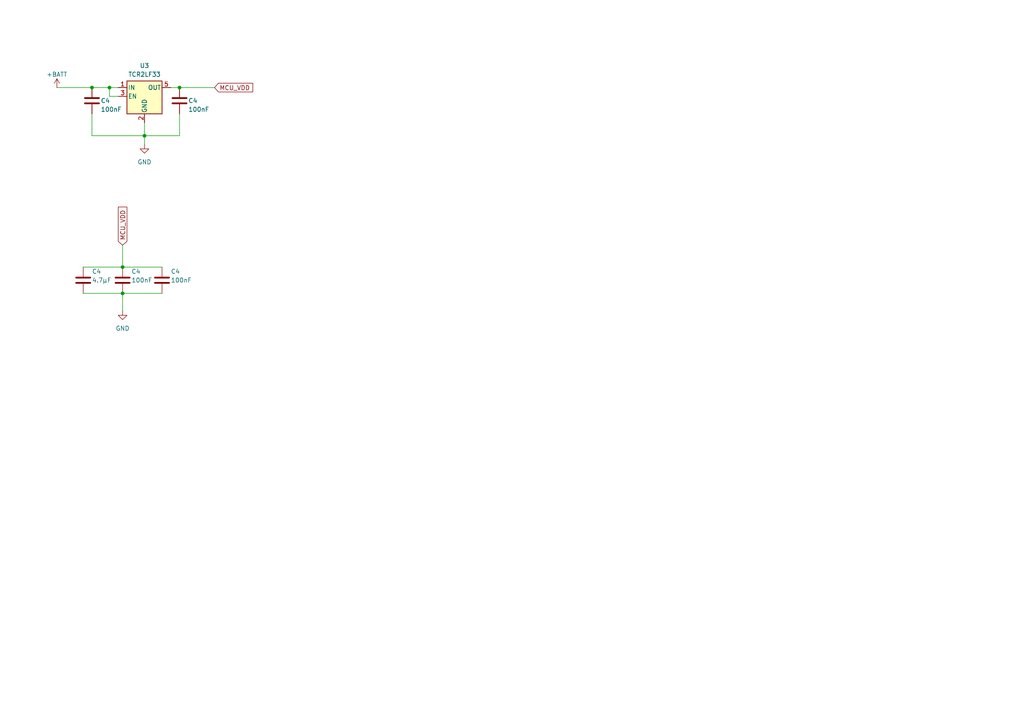
<source format=kicad_sch>
(kicad_sch (version 20231120) (generator "eeschema") (generator_version "8.0")
  (paper "A4")
  (title_block (title "Lora Multichannel Gateway STM32") (rev "2.0") (company "Marius Schmid"))
  (lib_symbols
    (symbol "Device:C" (pin_numbers hide) (pin_names (offset 0.254))
      (property "Reference" "C" (at 0.635 2.54 0))
      (property "Value" "C" (at 0.635 -2.54 0))
      (symbol "C_0_1"
        (polyline (pts (xy -2.032 -0.762) (xy 2.032 -0.762)) (stroke (width 0.508)))
        (polyline (pts (xy -2.032 0.762) (xy 2.032 0.762)) (stroke (width 0.508)))
      )
      (symbol "C_1_1"
        (pin passive line (at 0 3.81 270) (length 2.794) (name "~") (number "1"))
        (pin passive line (at 0 -3.81 90) (length 2.794) (name "~") (number "2"))
      )
    )
    (symbol "Regulator_Linear:TLV70033_SOT23-5" (pin_names (offset 0.254))
      (property "Reference" "U" (at -3.81 5.715 0))
      (property "Value" "TLV70033_SOT23-5" (at 0 5.715 0))
      (symbol "TLV70033_SOT23-5_0_1"
        (rectangle (start -5.08 4.445) (end 5.08 -5.08) (stroke (width 0.254)) (fill (type background)))
      )
      (symbol "TLV70033_SOT23-5_1_1"
        (pin power_in line (at -7.62 2.54 0) (length 2.54) (name "IN") (number "1"))
        (pin power_in line (at 0 -7.62 90) (length 2.54) (name "GND") (number "2"))
        (pin input line (at -7.62 0 0) (length 2.54) (name "EN") (number "3"))
        (pin no_connect line (at 5.08 0 180) (length 2.54) hide (name "NC") (number "4"))
        (pin power_out line (at 7.62 2.54 180) (length 2.54) (name "OUT") (number "5"))
      )
    )
    (symbol "power:+BATT" (power) (pin_names (offset 0))
      (property "Value" "+BATT" (at 0 3.556 0))
      (symbol "+BATT_0_1"
        (polyline (pts (xy -0.762 1.27) (xy 0 2.54)))
        (polyline (pts (xy 0 0) (xy 0 2.54)))
        (polyline (pts (xy 0 2.54) (xy 0.762 1.27)))
      )
      (symbol "+BATT_1_1"
        (pin power_in line (at 0 0 90) (length 0) hide (name "+BATT") (number "1"))
      )
    )
    (symbol "power:GND" (power) (pin_names (offset 0))
      (property "Value" "GND" (at 0 -3.81 0))
      (symbol "GND_0_1"
        (polyline (pts (xy 0 0) (xy 0 -1.27) (xy 1.27 -1.27) (xy 0 -2.54) (xy -1.27 -1.27) (xy 0 -1.27)))
      )
      (symbol "GND_1_1"
        (pin power_in line (at 0 0 270) (length 0) hide (name "GND") (number "1"))
      )
    )
  )
  (junction (at 26.67 25.4))
  (junction (at 35.56 85.09))
  (junction (at 35.56 77.47))
  (junction (at 41.91 39.37))
  (junction (at 52.07 25.4))
  (junction (at 31.75 25.4))
  (wire (pts (xy 16.51 25.4) (xy 26.67 25.4)))
  (wire (pts (xy 34.29 27.94) (xy 31.75 27.94)))
  (wire (pts (xy 26.67 39.37) (xy 41.91 39.37)))
  (wire (pts (xy 35.56 85.09) (xy 35.56 90.17)))
  (wire (pts (xy 49.53 25.4) (xy 52.07 25.4)))
  (wire (pts (xy 41.91 35.56) (xy 41.91 39.37)))
  (wire (pts (xy 24.13 77.47) (xy 35.56 77.47)))
  (wire (pts (xy 31.75 27.94) (xy 31.75 25.4)))
  (wire (pts (xy 31.75 25.4) (xy 34.29 25.4)))
  (wire (pts (xy 35.56 77.47) (xy 46.99 77.47)))
  (wire (pts (xy 26.67 25.4) (xy 31.75 25.4)))
  (wire (pts (xy 35.56 85.09) (xy 46.99 85.09)))
  (wire (pts (xy 35.56 71.12) (xy 35.56 77.47)))
  (wire (pts (xy 52.07 25.4) (xy 62.23 25.4)))
  (wire (pts (xy 52.07 39.37) (xy 41.91 39.37)))
  (wire (pts (xy 41.91 39.37) (xy 41.91 41.91)))
  (wire (pts (xy 52.07 33.02) (xy 52.07 39.37)))
  (wire (pts (xy 26.67 33.02) (xy 26.67 39.37)))
  (wire (pts (xy 24.13 85.09) (xy 35.56 85.09)))
  (global_label "MCU_VDD" (shape input) (at 35.56 71.12 90) (property "Intersheetrefs" "${INTERSHEET_REFS}" (effects (hide yes))))
  (global_label "MCU_VDD" (shape input) (at 62.23 25.4 0) (property "Intersheetrefs" "${INTERSHEET_REFS}" (effects (hide yes))))
  (symbol (lib_id "Device:C") (at 46.99 81.28 0) (unit 1)
    (property "Reference" "C4" (at 49.53 78.74 0) (effects (justify left)))
    (property "Value" "100nF" (at 49.53 81.28 0) (effects (justify left)))
    (property "Footprint" "Capacitor_SMD:C_0603_1608Metric" (effects (hide yes)))
    (instances (project "BeePCB_V9" (path "" (reference "C4") (unit 1)) (path "" (reference "C11") (unit 1))) (project "HX711PCB_V1" (path "" (reference "C4") (unit 1))) (project "hekate_pcb" (path "" (reference "C3") (unit 1)) (path "" (reference "C3") (unit 1))))
  )
  (symbol (lib_id "Device:C") (at 24.13 81.28 0) (unit 1)
    (property "Reference" "C4" (at 26.67 78.74 0) (effects (justify left)))
    (property "Value" "4.7µF" (at 26.67 81.28 0) (effects (justify left)))
    (property "Footprint" "Capacitor_SMD:C_0603_1608Metric" (effects (hide yes)))
    (instances (project "BeePCB_V9" (path "" (reference "C4") (unit 1)) (path "" (reference "C9") (unit 1))) (project "HX711PCB_V1" (path "" (reference "C4") (unit 1))) (project "hekate_pcb" (path "" (reference "C1") (unit 1)) (path "" (reference "C1") (unit 1))))
  )
  (symbol (lib_id "power:GND") (at 41.91 41.91 0) (unit 1)
    (property "Reference" "#PWR01" (effects (hide yes)))
    (property "Value" "GND" (at 41.91 46.99 0))
    (instances (project "BeePCB_V9" (path "" (reference "#PWR01") (unit 1))) (project "shirt" (path "" (reference "#PWR07") (unit 1))) (project "hekate_pcb" (path "" (reference "#PWR051") (unit 1))))
  )
  (symbol (lib_id "Device:C") (at 35.56 81.28 0) (unit 1)
    (property "Reference" "C4" (at 38.1 78.74 0) (effects (justify left)))
    (property "Value" "100nF" (at 38.1 81.28 0) (effects (justify left)))
    (property "Footprint" "Capacitor_SMD:C_0603_1608Metric" (effects (hide yes)))
    (instances (project "BeePCB_V9" (path "" (reference "C4") (unit 1)) (path "" (reference "C10") (unit 1))) (project "HX711PCB_V1" (path "" (reference "C4") (unit 1))) (project "hekate_pcb" (path "" (reference "C2") (unit 1)) (path "" (reference "C2") (unit 1))))
  )
  (symbol (lib_id "Device:C") (at 52.07 29.21 0) (unit 1)
    (property "Reference" "C4" (at 54.61 29.21 0) (effects (justify left)))
    (property "Value" "100nF" (at 54.61 31.75 0) (effects (justify left)))
    (property "Footprint" "Capacitor_SMD:C_0603_1608Metric" (effects (hide yes)))
    (instances (project "BeePCB_V9" (path "" (reference "C4") (unit 1)) (path "" (reference "C10") (unit 1))) (project "shirt" (path "" (reference "C3") (unit 1))) (project "HX711PCB_V1" (path "" (reference "C4") (unit 1))) (project "hekate_pcb" (path "" (reference "C22") (unit 1))))
  )
  (symbol (lib_id "power:+BATT") (at 16.51 25.4 0) (unit 1)
    (property "Reference" "#PWR012" (effects (hide yes)))
    (property "Value" "+BATT" (at 16.51 21.59 0))
    (instances (project "BeePCB_V9" (path "" (reference "#PWR012") (unit 1))) (project "hekate_pcb" (path "" (reference "#PWR019") (unit 1)) (path "" (reference "#PWR053") (unit 1))))
  )
  (symbol (lib_id "Device:C") (at 26.67 29.21 0) (unit 1)
    (property "Reference" "C4" (at 29.21 29.21 0) (effects (justify left)))
    (property "Value" "100nF" (at 29.21 31.75 0) (effects (justify left)))
    (property "Footprint" "Capacitor_SMD:C_0603_1608Metric" (effects (hide yes)))
    (instances (project "BeePCB_V9" (path "" (reference "C4") (unit 1)) (path "" (reference "C10") (unit 1))) (project "shirt" (path "" (reference "C3") (unit 1))) (project "HX711PCB_V1" (path "" (reference "C4") (unit 1))) (project "hekate_pcb" (path "" (reference "C23") (unit 1))))
  )
  (symbol (lib_id "Regulator_Linear:TLV70033_SOT23-5") (at 41.91 27.94 0) (unit 1)
    (property "Reference" "U3" (at 41.91 19.05 0))
    (property "Value" "TCR2LF33" (at 41.91 21.59 0))
    (property "Footprint" "Package_TO_SOT_SMD:SOT-23-5" (effects (hide yes)))
    (property "Datasheet" "http://www.ti.com/lit/ds/symlink/tlv700.pdf" (effects (hide yes)))
    (instances (project "shirt" (path "" (reference "U3") (unit 1))) (project "hekate_pcb" (path "" (reference "U5") (unit 1))))
  )
  (symbol (lib_id "power:GND") (at 35.56 90.17 0) (unit 1)
    (property "Reference" "#PWR027" (effects (hide yes)))
    (property "Value" "GND" (at 35.56 95.25 0))
    (instances (project "BeePCB_V9" (path "" (reference "#PWR027") (unit 1))) (project "hekate_pcb" (path "" (reference "#PWR018") (unit 1)) (path "" (reference "#PWR018") (unit 1))))
  )
)
</source>
